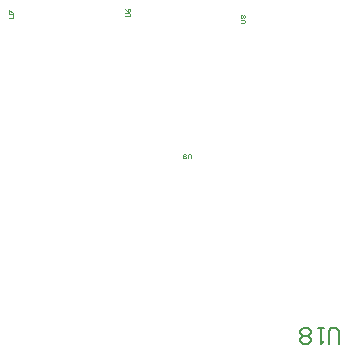
<source format=gm1>
G04*
G04 #@! TF.GenerationSoftware,Altium Limited,Altium Designer,21.6.4 (81)*
G04*
G04 Layer_Color=16711935*
%FSLAX25Y25*%
%MOIN*%
G70*
G04*
G04 #@! TF.SameCoordinates,21ADAE42-517F-4329-814C-ACF1F8BA2FEA*
G04*
G04*
G04 #@! TF.FilePolarity,Positive*
G04*
G01*
G75*
%ADD219C,0.00591*%
%ADD220C,0.00236*%
D219*
X110103Y57327D02*
Y61590D01*
X109250Y62443D01*
X107544D01*
X106692Y61590D01*
Y57327D01*
X104986Y62443D02*
X103281D01*
X104133D01*
Y57327D01*
X104986Y58179D01*
X100722D02*
X99870Y57327D01*
X98164D01*
X97312Y58179D01*
Y59032D01*
X98164Y59885D01*
X97312Y60738D01*
Y61590D01*
X98164Y62443D01*
X99870D01*
X100722Y61590D01*
Y60738D01*
X99870Y59885D01*
X100722Y59032D01*
Y58179D01*
X99870Y59885D02*
X98164D01*
D220*
X77332Y164260D02*
X78644D01*
X78907Y164523D01*
Y165048D01*
X78644Y165310D01*
X77332D01*
X77595Y165835D02*
X77332Y166097D01*
Y166622D01*
X77595Y166884D01*
X77857D01*
X78119Y166622D01*
X78382Y166884D01*
X78644D01*
X78907Y166622D01*
Y166097D01*
X78644Y165835D01*
X78382D01*
X78119Y166097D01*
X77857Y165835D01*
X77595D01*
X78119Y166097D02*
Y166622D01*
X38907Y166421D02*
X40219D01*
X40481Y166683D01*
Y167208D01*
X40219Y167471D01*
X38907D01*
Y169045D02*
X39169Y168520D01*
X39694Y167995D01*
X40219D01*
X40481Y168258D01*
Y168783D01*
X40219Y169045D01*
X39957D01*
X39694Y168783D01*
Y167995D01*
X60781Y119076D02*
Y120388D01*
X60518Y120650D01*
X59993D01*
X59731Y120388D01*
Y119076D01*
X59206Y120388D02*
X58944Y120650D01*
X58419D01*
X58157Y120388D01*
Y119338D01*
X58419Y119076D01*
X58944D01*
X59206Y119338D01*
Y119601D01*
X58944Y119863D01*
X58157D01*
X29Y166024D02*
X1341D01*
X1603Y166286D01*
Y166811D01*
X1341Y167074D01*
X29D01*
Y167598D02*
Y168648D01*
X291D01*
X1341Y167598D01*
X1603D01*
M02*

</source>
